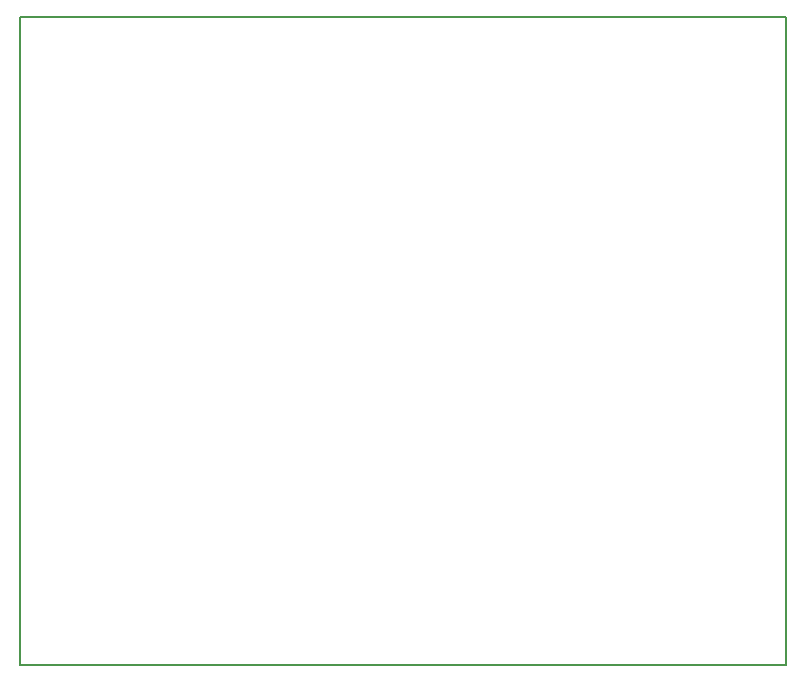
<source format=gbo>
G04 MADE WITH FRITZING*
G04 WWW.FRITZING.ORG*
G04 DOUBLE SIDED*
G04 HOLES PLATED*
G04 CONTOUR ON CENTER OF CONTOUR VECTOR*
%ASAXBY*%
%FSLAX23Y23*%
%MOIN*%
%OFA0B0*%
%SFA1.0B1.0*%
%ADD10R,2.559060X2.165350X2.543060X2.149350*%
%ADD11C,0.008000*%
%LNSILK0*%
G90*
G70*
G54D11*
X4Y2161D02*
X2555Y2161D01*
X2555Y4D01*
X4Y4D01*
X4Y2161D01*
D02*
G04 End of Silk0*
M02*
</source>
